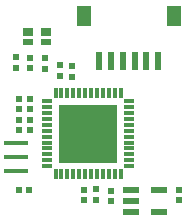
<source format=gtp>
G04*
G04 #@! TF.GenerationSoftware,Altium Limited,Altium Designer,21.6.1 (37)*
G04*
G04 Layer_Color=8421504*
%FSLAX44Y44*%
%MOMM*%
G71*
G04*
G04 #@! TF.SameCoordinates,F4782AAD-9866-4A79-8099-FE8F1ED221DB*
G04*
G04*
G04 #@! TF.FilePolarity,Positive*
G04*
G01*
G75*
%ADD18R,0.5400X0.6000*%
%ADD19R,0.5600X0.6000*%
%ADD20R,2.0000X0.4000*%
%ADD21R,0.8500X0.3000*%
%ADD22R,0.3000X0.8500*%
%ADD23R,5.0000X5.0000*%
%ADD24R,0.6000X0.5600*%
%ADD25R,0.8500X0.6500*%
%ADD26R,0.8500X0.5500*%
%ADD27R,0.6000X1.5500*%
%ADD28R,1.2000X1.8000*%
%ADD29R,0.6000X0.5400*%
%ADD30R,1.3208X0.5588*%
D18*
X280570Y186750D02*
D03*
X271930D02*
D03*
X280570Y177750D02*
D03*
X271930D02*
D03*
X280570Y169000D02*
D03*
X271930D02*
D03*
X280570Y160250D02*
D03*
X271930D02*
D03*
D19*
X279850Y110000D02*
D03*
X271150D02*
D03*
D20*
X269250Y149750D02*
D03*
Y137750D02*
D03*
Y125750D02*
D03*
D21*
X295500Y184750D02*
D03*
Y179750D02*
D03*
Y174750D02*
D03*
Y169750D02*
D03*
Y164750D02*
D03*
Y159750D02*
D03*
Y154750D02*
D03*
Y149750D02*
D03*
Y144750D02*
D03*
Y139750D02*
D03*
Y134750D02*
D03*
Y129750D02*
D03*
X364500D02*
D03*
Y134750D02*
D03*
Y139750D02*
D03*
Y144750D02*
D03*
Y149750D02*
D03*
Y154750D02*
D03*
Y159750D02*
D03*
Y164750D02*
D03*
Y169750D02*
D03*
Y174750D02*
D03*
Y179750D02*
D03*
Y184750D02*
D03*
D22*
X302500Y122750D02*
D03*
X307500D02*
D03*
X312500D02*
D03*
X317500D02*
D03*
X322500D02*
D03*
X327500D02*
D03*
X332500D02*
D03*
X337500D02*
D03*
X342500D02*
D03*
X347500D02*
D03*
X352500D02*
D03*
X357500D02*
D03*
Y191750D02*
D03*
X352500D02*
D03*
X347500D02*
D03*
X342500D02*
D03*
X337500D02*
D03*
X332500D02*
D03*
X327500D02*
D03*
X322500D02*
D03*
X317500D02*
D03*
X312500D02*
D03*
X307500D02*
D03*
X302500D02*
D03*
D23*
X330000Y157250D02*
D03*
D24*
X316750Y205650D02*
D03*
Y214350D02*
D03*
X306500Y206400D02*
D03*
Y215100D02*
D03*
X293250Y212400D02*
D03*
Y221100D02*
D03*
X280500Y212900D02*
D03*
Y221600D02*
D03*
X268750Y213150D02*
D03*
Y221850D02*
D03*
X336750Y101400D02*
D03*
Y110100D02*
D03*
X327000Y109850D02*
D03*
Y101150D02*
D03*
D25*
X294000Y243000D02*
D03*
X279500D02*
D03*
D26*
X294000Y234500D02*
D03*
X279500D02*
D03*
D27*
X339500Y218500D02*
D03*
X389500D02*
D03*
X379500D02*
D03*
X369500D02*
D03*
X359500D02*
D03*
X349500D02*
D03*
D28*
X402500Y257250D02*
D03*
X326500D02*
D03*
D29*
X407000Y109570D02*
D03*
Y100930D02*
D03*
X349750Y108570D02*
D03*
Y99930D02*
D03*
D30*
X366566Y109398D02*
D03*
Y100000D02*
D03*
Y90602D02*
D03*
X389934D02*
D03*
Y109398D02*
D03*
M02*

</source>
